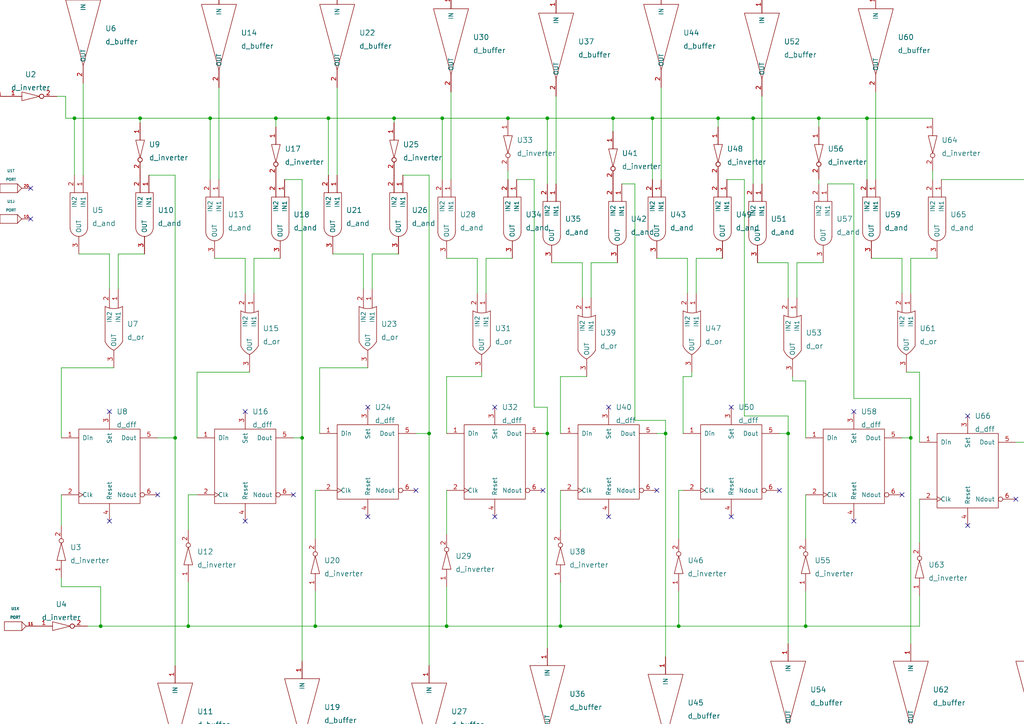
<source format=kicad_sch>
(kicad_sch (version 20211123) (generator eeschema)
  (paper "A4")
  (lib_symbols
    (symbol "eSim_Digital:d_and" (pin_names (offset 1.016))
      (property "Reference" "U" (at 0 0 0))
      (property "Value" "d_and" (at 1.27 2.54 0))
      (symbol "d_and_0_1"
        (polyline (pts (xy 3.81 -1.27) (xy -6.35 -1.27) (xy -6.35 3.81) (xy 3.81 3.81)))
        (arc (start 3.81 -1.27) (mid 5.5897 -0.5171) (end 6.35 1.27))
        (arc (start 6.35 1.27) (mid 5.5971 3.0497) (end 3.81 3.81))
      )
      (symbol "d_and_1_1"
        (pin input line (at -11.43 2.54 0) (length 5.08) (name "IN1") (number "1"))
        (pin input line (at -11.43 0 0) (length 5.08) (name "IN2") (number "2"))
        (pin output line (at 11.43 1.27 180) (length 5.08) (name "OUT") (number "3"))
      )
    )
    (symbol "eSim_Digital:d_buffer" (pin_names (offset 1.016))
      (property "Reference" "U" (at 0 -1.27 0))
      (property "Value" "d_buffer" (at 0 1.27 0))
      (symbol "d_buffer_0_1"
        (polyline (pts (xy -7.62 5.08) (xy -7.62 -5.08) (xy 11.43 0) (xy -7.62 5.08)))
      )
      (symbol "d_buffer_1_1"
        (pin input line (at -12.7 0 0) (length 5.08) (name "IN") (number "1"))
        (pin output line (at 16.51 0 180) (length 5.08) (name "OUT") (number "2"))
      )
    )
    (symbol "eSim_Digital:d_dff" (pin_names (offset 1.016))
      (property "Reference" "U" (at 0 0 0))
      (property "Value" "d_dff" (at 0 3.81 0))
      (symbol "d_dff_0_1"
        (rectangle (start 8.89 11.43) (end -8.89 -10.16))
      )
      (symbol "d_dff_1_1"
        (pin input line (at -13.97 8.89 0) (length 5.08) (name "Din") (number "1"))
        (pin input clock (at -13.97 -7.62 0) (length 5.08) (name "Clk") (number "2"))
        (pin input line (at 0 16.51 270) (length 5.08) (name "Set") (number "3"))
        (pin input line (at 0 -15.24 90) (length 5.08) (name "Reset") (number "4"))
        (pin output line (at 13.97 8.89 180) (length 5.08) (name "Dout") (number "5"))
        (pin output inverted (at 13.97 -7.62 180) (length 5.08) (name "Ndout") (number "6"))
      )
    )
    (symbol "eSim_Digital:d_inverter" (pin_names (offset 1.016))
      (property "Reference" "U" (at 0 -2.54 0))
      (property "Value" "d_inverter" (at 0 3.81 0))
      (symbol "d_inverter_0_1"
        (polyline (pts (xy -2.54 1.27) (xy -2.54 -1.27) (xy 2.54 0) (xy -2.54 1.27)))
      )
      (symbol "d_inverter_1_1"
        (pin input line (at -7.62 0 0) (length 5.08) (name "~") (number "1"))
        (pin output inverted (at 7.62 0 180) (length 5.08) (name "~") (number "2"))
      )
    )
    (symbol "eSim_Digital:d_or" (pin_names (offset 1.016))
      (property "Reference" "U" (at 0 0 0))
      (property "Value" "d_or" (at 0 2.54 0))
      (symbol "d_or_0_1"
        (arc (start -6.35 -1.27) (mid -5.7504 1.27) (end -6.35 3.81))
        (polyline (pts (xy -6.35 -1.27) (xy 3.81 -1.27)))
        (polyline (pts (xy -6.35 3.81) (xy 3.81 3.81)))
        (arc (start 3.81 -1.27) (mid 5.3181 -0.2399) (end 6.35 1.27))
        (arc (start 6.35 1.27) (mid 5.2222 2.6828) (end 3.81 3.81))
      )
      (symbol "d_or_1_1"
        (pin input line (at -11.43 2.54 0) (length 5.461) (name "IN1") (number "1"))
        (pin input line (at -11.43 0 0) (length 5.461) (name "IN2") (number "2"))
        (pin output line (at 11.43 1.27 180) (length 5.08) (name "OUT") (number "3"))
      )
    )
    (symbol "eSim_Miscellaneous:PORT" (pin_names (offset 1.016))
      (property "Reference" "U" (at 1.27 2.54 0))
      (property "Value" "PORT" (at 0 0 0))
      (symbol "PORT_0_1"
        (rectangle (start -2.54 1.27) (end 2.54 -1.27))
        (arc (start 2.54 1.27) (mid 3.1355 0.5955) (end 3.81 0))
        (arc (start 3.81 0) (mid 3.1447 -0.6046) (end 2.54 -1.27))
      )
      (symbol "PORT_1_1"
        (pin bidirectional line (at 6.35 0 180) (length 2.54) (name "~") (number "1"))
      )
      (symbol "PORT_2_1"
        (pin bidirectional line (at 6.35 0 180) (length 2.54) (name "~") (number "2"))
      )
      (symbol "PORT_3_1"
        (pin bidirectional line (at 6.35 0 180) (length 2.54) (name "~") (number "3"))
      )
      (symbol "PORT_4_1"
        (pin bidirectional line (at 6.35 0 180) (length 2.54) (name "~") (number "4"))
      )
      (symbol "PORT_5_1"
        (pin bidirectional line (at 6.35 0 180) (length 2.54) (name "~") (number "5"))
      )
      (symbol "PORT_6_1"
        (pin bidirectional line (at 6.35 0 180) (length 2.54) (name "~") (number "6"))
      )
      (symbol "PORT_7_1"
        (pin bidirectional line (at 6.35 0 180) (length 2.54) (name "~") (number "7"))
      )
      (symbol "PORT_8_1"
        (pin bidirectional line (at 6.35 0 180) (length 2.54) (name "~") (number "8"))
      )
      (symbol "PORT_9_1"
        (pin bidirectional line (at 6.35 0 180) (length 2.54) (name "~") (number "9"))
      )
      (symbol "PORT_10_1"
        (pin bidirectional line (at 6.35 0 180) (length 2.54) (name "~") (number "10"))
      )
      (symbol "PORT_11_1"
        (pin bidirectional line (at 6.35 0 180) (length 2.54) (name "~") (number "11"))
      )
      (symbol "PORT_12_1"
        (pin bidirectional line (at 6.35 0 180) (length 2.54) (name "~") (number "12"))
      )
      (symbol "PORT_13_1"
        (pin bidirectional line (at 6.35 0 180) (length 2.54) (name "~") (number "13"))
      )
      (symbol "PORT_14_1"
        (pin bidirectional line (at 6.35 0 180) (length 2.54) (name "~") (number "14"))
      )
      (symbol "PORT_15_1"
        (pin bidirectional line (at 6.35 0 180) (length 2.54) (name "~") (number "15"))
      )
      (symbol "PORT_16_1"
        (pin bidirectional line (at 6.35 0 180) (length 2.54) (name "~") (number "16"))
      )
      (symbol "PORT_17_1"
        (pin bidirectional line (at 6.35 0 180) (length 2.54) (name "~") (number "17"))
      )
      (symbol "PORT_18_1"
        (pin bidirectional line (at 6.35 0 180) (length 2.54) (name "~") (number "18"))
      )
      (symbol "PORT_19_1"
        (pin bidirectional line (at 6.35 0 180) (length 2.54) (name "~") (number "19"))
      )
      (symbol "PORT_20_1"
        (pin bidirectional line (at 6.35 0 180) (length 2.54) (name "~") (number "20"))
      )
      (symbol "PORT_21_1"
        (pin bidirectional line (at 6.35 0 180) (length 2.54) (name "~") (number "21"))
      )
      (symbol "PORT_22_1"
        (pin bidirectional line (at 6.35 0 180) (length 2.54) (name "~") (number "22"))
      )
      (symbol "PORT_23_1"
        (pin bidirectional line (at 6.35 0 180) (length 2.54) (name "~") (number "23"))
      )
      (symbol "PORT_24_1"
        (pin bidirectional line (at 6.35 0 180) (length 2.54) (name "~") (number "24"))
      )
      (symbol "PORT_25_1"
        (pin bidirectional line (at 6.35 0 180) (length 2.54) (name "~") (number "25"))
      )
      (symbol "PORT_26_1"
        (pin bidirectional line (at 6.35 0 180) (length 2.54) (name "~") (number "26"))
      )
    )
  )
  (junction (at 208.28 34.29))
  (junction (at 299.72 128.27))
  (junction (at 91.44 181.61))
  (junction (at 264.16 127))
  (junction (at 114.3 34.29))
  (junction (at 228.6 125.73))
  (junction (at 60.96 34.29))
  (junction (at 177.8 34.29))
  (junction (at 95.25 34.29))
  (junction (at 218.44 34.29))
  (junction (at 193.04 125.73))
  (junction (at 189.23 34.29))
  (junction (at 162.56 181.61))
  (junction (at 158.75 125.73))
  (junction (at 54.61 181.61))
  (junction (at 87.63 127))
  (junction (at 251.46 34.29))
  (junction (at 233.68 181.61))
  (junction (at 40.64 34.29))
  (junction (at 147.32 34.29))
  (junction (at 158.75 34.29))
  (junction (at 29.21 181.61))
  (junction (at 128.27 34.29))
  (junction (at 129.54 181.61))
  (junction (at 21.59 34.29))
  (junction (at 237.49 34.29))
  (junction (at 124.46 125.73))
  (junction (at 196.85 181.61))
  (junction (at 80.01 34.29))
  (junction (at 50.8 127))
  (no_connect (at 71.12 119.38))
  (no_connect (at 143.51 118.11))
  (no_connect (at 143.51 149.86))
  (no_connect (at 261.62 143.51))
  (no_connect (at 294.64 144.78))
  (no_connect (at 176.53 149.86))
  (no_connect (at 85.09 143.51))
  (no_connect (at 8.89 54.61))
  (no_connect (at 106.68 118.11))
  (no_connect (at 31.75 151.13))
  (no_connect (at 106.68 149.86))
  (no_connect (at 176.53 118.11))
  (no_connect (at 247.65 119.38))
  (no_connect (at 120.65 142.24))
  (no_connect (at 247.65 151.13))
  (no_connect (at 71.12 151.13))
  (no_connect (at 31.75 119.38))
  (no_connect (at 157.48 142.24))
  (no_connect (at 212.09 118.11))
  (no_connect (at 212.09 149.86))
  (no_connect (at 45.72 143.51))
  (no_connect (at 280.67 152.4))
  (no_connect (at 8.89 63.5))
  (no_connect (at 190.5 142.24))
  (no_connect (at 226.06 142.24))
  (no_connect (at 280.67 120.65))
  (wire (pts (xy 237.49 52.07) (xy 237.49 53.34)))
  (wire (pts (xy 57.15 143.51) (xy 54.61 143.51)))
  (wire (pts (xy 237.49 34.29) (xy 237.49 36.83)))
  (wire (pts (xy 215.9 120.65) (xy 228.6 120.65)))
  (wire (pts (xy 50.8 50.8) (xy 50.8 127)))
  (wire (pts (xy 189.23 34.29) (xy 177.8 34.29)))
  (wire (pts (xy 85.09 127) (xy 87.63 127)))
  (wire (pts (xy 29.21 181.61) (xy 54.61 181.61)))
  (wire (pts (xy 96.52 73.66) (xy 105.41 73.66)))
  (wire (pts (xy 233.68 171.45) (xy 233.68 181.61)))
  (wire (pts (xy 73.66 74.93) (xy 81.28 74.93)))
  (wire (pts (xy 34.29 83.82) (xy 34.29 73.66)))
  (wire (pts (xy 210.82 52.07) (xy 215.9 52.07)))
  (wire (pts (xy 95.25 34.29) (xy 95.25 50.8)))
  (wire (pts (xy 22.86 73.66) (xy 31.75 73.66)))
  (wire (pts (xy 129.54 181.61) (xy 162.56 181.61)))
  (wire (pts (xy 129.54 125.73) (xy 129.54 109.22)))
  (wire (pts (xy 254 26.67) (xy 254 52.07)))
  (wire (pts (xy 251.46 34.29) (xy 251.46 52.07)))
  (wire (pts (xy 270.51 34.29) (xy 251.46 34.29)))
  (wire (pts (xy 140.97 74.93) (xy 148.59 74.93)))
  (wire (pts (xy 87.63 127) (xy 87.63 191.77)))
  (wire (pts (xy 92.71 106.68) (xy 106.68 106.68)))
  (wire (pts (xy 95.25 34.29) (xy 80.01 34.29)))
  (wire (pts (xy 157.48 125.73) (xy 158.75 125.73)))
  (wire (pts (xy 233.68 181.61) (xy 266.7 181.61)))
  (wire (pts (xy 124.46 50.8) (xy 124.46 125.73)))
  (wire (pts (xy 54.61 168.91) (xy 54.61 181.61)))
  (wire (pts (xy 261.62 74.93) (xy 261.62 85.09)))
  (wire (pts (xy 87.63 52.07) (xy 87.63 127)))
  (wire (pts (xy 237.49 34.29) (xy 218.44 34.29)))
  (wire (pts (xy 17.78 143.51) (xy 17.78 152.4)))
  (wire (pts (xy 45.72 127) (xy 50.8 127)))
  (wire (pts (xy 266.7 107.95) (xy 262.89 107.95)))
  (wire (pts (xy 92.71 125.73) (xy 92.71 106.68)))
  (wire (pts (xy 231.14 86.36) (xy 231.14 76.2)))
  (wire (pts (xy 128.27 34.29) (xy 114.3 34.29)))
  (wire (pts (xy 189.23 34.29) (xy 189.23 52.07)))
  (wire (pts (xy 229.87 110.49) (xy 229.87 109.22)))
  (wire (pts (xy 228.6 76.2) (xy 228.6 86.36)))
  (wire (pts (xy 91.44 181.61) (xy 129.54 181.61)))
  (wire (pts (xy 264.16 115.57) (xy 264.16 127)))
  (wire (pts (xy 266.7 128.27) (xy 266.7 107.95)))
  (wire (pts (xy 154.94 52.07) (xy 154.94 118.11)))
  (wire (pts (xy 193.04 121.92) (xy 193.04 125.73)))
  (wire (pts (xy 50.8 127) (xy 50.8 193.04)))
  (wire (pts (xy 114.3 34.29) (xy 114.3 35.56)))
  (wire (pts (xy 270.51 49.53) (xy 270.51 52.07)))
  (wire (pts (xy 220.98 27.94) (xy 220.98 53.34)))
  (wire (pts (xy 266.7 181.61) (xy 266.7 172.72)))
  (wire (pts (xy 196.85 171.45) (xy 196.85 181.61)))
  (wire (pts (xy 264.16 74.93) (xy 271.78 74.93)))
  (wire (pts (xy 91.44 171.45) (xy 91.44 181.61)))
  (wire (pts (xy 199.39 74.93) (xy 199.39 85.09)))
  (wire (pts (xy 162.56 142.24) (xy 162.56 153.67)))
  (wire (pts (xy 129.54 109.22) (xy 139.7 109.22)))
  (wire (pts (xy 193.04 125.73) (xy 193.04 190.5)))
  (wire (pts (xy 80.01 34.29) (xy 80.01 36.83)))
  (wire (pts (xy 168.91 76.2) (xy 168.91 86.36)))
  (wire (pts (xy 231.14 76.2) (xy 238.76 76.2)))
  (wire (pts (xy 34.29 73.66) (xy 41.91 73.66)))
  (wire (pts (xy 228.6 120.65) (xy 228.6 125.73)))
  (wire (pts (xy 158.75 125.73) (xy 158.75 187.96)))
  (wire (pts (xy 200.66 107.95) (xy 200.66 109.22)))
  (wire (pts (xy 129.54 74.93) (xy 138.43 74.93)))
  (wire (pts (xy 264.16 127) (xy 264.16 186.69)))
  (wire (pts (xy 129.54 170.1785) (xy 129.54 181.61)))
  (wire (pts (xy 299.72 52.07) (xy 299.72 128.27)))
  (wire (pts (xy 29.21 170.18) (xy 29.21 181.61)))
  (wire (pts (xy 171.45 76.2) (xy 179.07 76.2)))
  (wire (pts (xy 198.12 125.73) (xy 198.12 109.22)))
  (wire (pts (xy 264.16 85.09) (xy 264.16 74.93)))
  (wire (pts (xy 60.96 34.29) (xy 40.64 34.29)))
  (wire (pts (xy 228.6 125.73) (xy 228.6 186.69)))
  (wire (pts (xy 105.41 73.66) (xy 105.41 83.82)))
  (wire (pts (xy 158.75 118.11) (xy 158.75 125.73)))
  (wire (pts (xy 261.62 127) (xy 264.16 127)))
  (wire (pts (xy 97.79 25.4) (xy 97.79 50.8)))
  (wire (pts (xy 294.64 128.27) (xy 299.72 128.27)))
  (wire (pts (xy 161.29 27.94) (xy 161.29 53.34)))
  (wire (pts (xy 21.59 34.29) (xy 21.59 50.8)))
  (wire (pts (xy 208.28 34.29) (xy 208.28 36.83)))
  (wire (pts (xy 21.59 34.29) (xy 19.05 34.29)))
  (wire (pts (xy 218.44 34.29) (xy 218.44 53.34)))
  (wire (pts (xy 63.5 25.4) (xy 63.5 52.07)))
  (wire (pts (xy 17.78 170.18) (xy 29.21 170.18)))
  (wire (pts (xy 247.65 53.34) (xy 247.65 115.57)))
  (wire (pts (xy 43.18 50.8) (xy 50.8 50.8)))
  (wire (pts (xy 72.39 107.95) (xy 57.15 107.95)))
  (wire (pts (xy 160.02 76.2) (xy 168.91 76.2)))
  (wire (pts (xy 158.75 34.29) (xy 158.75 53.34)))
  (wire (pts (xy 252.73 74.93) (xy 261.62 74.93)))
  (wire (pts (xy 196.85 142.24) (xy 196.85 156.21)))
  (wire (pts (xy 31.75 73.66) (xy 31.75 83.82)))
  (wire (pts (xy 54.61 143.51) (xy 54.61 153.67)))
  (wire (pts (xy 233.68 110.49) (xy 229.87 110.49)))
  (wire (pts (xy 116.84 50.8) (xy 124.46 50.8)))
  (wire (pts (xy 147.32 49.53) (xy 147.32 52.07)))
  (wire (pts (xy 40.64 34.29) (xy 21.59 34.29)))
  (wire (pts (xy 180.34 53.34) (xy 184.15 53.34)))
  (wire (pts (xy 191.77 25.4) (xy 191.77 52.07)))
  (wire (pts (xy 240.03 53.34) (xy 247.65 53.34)))
  (wire (pts (xy 158.75 34.29) (xy 147.32 34.29)))
  (wire (pts (xy 198.12 142.24) (xy 196.85 142.24)))
  (wire (pts (xy 92.71 142.24) (xy 91.44 142.24)))
  (wire (pts (xy 201.93 74.93) (xy 209.55 74.93)))
  (wire (pts (xy 139.7 109.22) (xy 139.7 107.95)))
  (wire (pts (xy 82.55 52.07) (xy 87.63 52.07)))
  (wire (pts (xy 162.56 181.61) (xy 196.85 181.61)))
  (wire (pts (xy 25.4 181.61) (xy 29.21 181.61)))
  (wire (pts (xy 138.43 74.93) (xy 138.43 85.09)))
  (wire (pts (xy 60.96 34.29) (xy 60.96 52.07)))
  (wire (pts (xy 120.65 125.73) (xy 124.46 125.73)))
  (wire (pts (xy 208.28 34.29) (xy 189.23 34.29)))
  (wire (pts (xy 218.44 34.29) (xy 208.28 34.29)))
  (wire (pts (xy 17.78 106.68) (xy 17.78 127)))
  (wire (pts (xy 219.71 76.2) (xy 228.6 76.2)))
  (wire (pts (xy 266.7 157.48) (xy 266.7 144.78)))
  (wire (pts (xy 190.5 74.93) (xy 199.39 74.93)))
  (wire (pts (xy 80.01 34.29) (xy 60.96 34.29)))
  (wire (pts (xy 177.8 34.29) (xy 158.75 34.29)))
  (wire (pts (xy 149.86 52.07) (xy 154.94 52.07)))
  (wire (pts (xy 17.78 167.64) (xy 17.78 170.18)))
  (wire (pts (xy 54.61 181.61) (xy 91.44 181.61)))
  (wire (pts (xy 184.15 53.34) (xy 184.15 121.92)))
  (wire (pts (xy 73.66 85.09) (xy 73.66 74.93)))
  (wire (pts (xy 215.9 52.07) (xy 215.9 120.65)))
  (wire (pts (xy 198.12 109.22) (xy 200.66 109.22)))
  (wire (pts (xy 196.85 181.61) (xy 233.68 181.61)))
  (wire (pts (xy 91.44 142.24) (xy 91.44 156.21)))
  (wire (pts (xy 130.81 26.67) (xy 130.81 52.07)))
  (wire (pts (xy 162.56 168.91) (xy 162.56 181.61)))
  (wire (pts (xy 124.46 125.73) (xy 124.46 193.04)))
  (wire (pts (xy 24.13 24.13) (xy 24.13 50.8)))
  (wire (pts (xy 33.02 106.68) (xy 17.78 106.68)))
  (wire (pts (xy 273.05 52.07) (xy 299.72 52.07)))
  (wire (pts (xy 129.54 142.24) (xy 129.54 154.9385)))
  (wire (pts (xy 62.23 74.93) (xy 71.12 74.93)))
  (wire (pts (xy 201.93 85.09) (xy 201.93 74.93)))
  (wire (pts (xy 247.65 115.57) (xy 264.16 115.57)))
  (wire (pts (xy 162.56 125.73) (xy 162.56 109.22)))
  (wire (pts (xy 251.46 34.29) (xy 237.49 34.29)))
  (wire (pts (xy 233.68 143.51) (xy 233.68 156.21)))
  (wire (pts (xy 226.06 125.73) (xy 228.6 125.73)))
  (wire (pts (xy 107.95 73.66) (xy 115.57 73.66)))
  (wire (pts (xy 177.8 34.29) (xy 177.8 38.1)))
  (wire (pts (xy 107.95 83.82) (xy 107.95 73.66)))
  (wire (pts (xy 19.05 34.29) (xy 19.05 27.94)))
  (wire (pts (xy 162.56 109.22) (xy 170.18 109.22)))
  (wire (pts (xy 19.05 27.94) (xy 16.51 27.94)))
  (wire (pts (xy 154.94 118.11) (xy 158.75 118.11)))
  (wire (pts (xy 147.32 34.29) (xy 128.27 34.29)))
  (wire (pts (xy 233.68 127) (xy 233.68 110.49)))
  (wire (pts (xy 71.12 74.93) (xy 71.12 85.09)))
  (wire (pts (xy 184.15 121.92) (xy 193.04 121.92)))
  (wire (pts (xy 190.5 125.73) (xy 193.04 125.73)))
  (wire (pts (xy 128.27 34.29) (xy 128.27 52.07)))
  (wire (pts (xy 171.45 86.36) (xy 171.45 76.2)))
  (wire (pts (xy 57.15 107.95) (xy 57.15 127)))
  (wire (pts (xy 114.3 34.29) (xy 95.25 34.29)))
  (wire (pts (xy 140.97 85.09) (xy 140.97 74.93)))
  (wire (pts (xy 299.72 128.27) (xy 299.72 186.69)))
  (wire (pts (xy 40.64 34.29) (xy 40.64 35.56)))
  (symbol (lib_id "eSim_Digital:d_buffer") (at 158.75 200.66 270) (unit 1)
    (property "Reference" "U36" (at 165.1 201.295 90) (effects (font (size 1.524 1.524)) (justify left)))
    (property "Value" "d_buffer" (at 165.1 205.105 90) (effects (font (size 1.524 1.524)) (justify left)))
  )
  (symbol (lib_id "eSim_Digital:d_buffer") (at 299.72 199.39 270) (unit 1)
    (property "Reference" "U67" (at 306.07 200.025 90) (effects (font (size 1.524 1.524)) (justify left)))
    (property "Value" "d_buffer" (at 306.07 203.835 90) (effects (font (size 1.524 1.524)) (justify left)))
  )
  (symbol (lib_id "eSim_Digital:d_buffer") (at 264.16 199.39 270) (unit 1)
    (property "Reference" "U62" (at 270.51 200.025 90) (effects (font (size 1.524 1.524)) (justify left)))
    (property "Value" "d_buffer" (at 270.51 203.835 90) (effects (font (size 1.524 1.524)) (justify left)))
  )
  (symbol (lib_id "eSim_Miscellaneous:PORT") (at 24.13 -11.43 270) (unit 3)
    (property "Reference" "U1" (at 26.67 -11.43 90) (effects (font (size 0.762 0.762)) (justify left)))
    (property "Value" "PORT" (at 26.67 -8.89 90) (effects (font (size 0.762 0.762)) (justify left)))
  )
  (symbol (lib_id "eSim_Digital:d_buffer") (at 50.8 205.74 270) (unit 1)
    (property "Reference" "U11" (at 57.15 206.375 90) (effects (font (size 1.524 1.524)) (justify left)))
    (property "Value" "d_buffer" (at 57.15 210.185 90) (effects (font (size 1.524 1.524)) (justify left)))
  )
  (symbol (lib_id "eSim_Digital:d_inverter") (at 237.49 44.45 270) (unit 1)
    (property "Reference" "U56" (at 240.03 43.18 90) (effects (font (size 1.524 1.524)) (justify left)))
    (property "Value" "d_inverter" (at 240.03 46.99 90) (effects (font (size 1.524 1.524)) (justify left)))
  )
  (symbol (lib_id "eSim_Digital:d_buffer") (at 191.77 8.89 270) (unit 1)
    (property "Reference" "U44" (at 198.12 9.525 90) (effects (font (size 1.524 1.524)) (justify left)))
    (property "Value" "d_buffer" (at 198.12 13.335 90) (effects (font (size 1.524 1.524)) (justify left)))
  )
  (symbol (lib_id "eSim_Digital:d_and") (at 237.49 64.77 270) (unit 1)
    (property "Reference" "U57" (at 242.57 63.5 90) (effects (font (size 1.524 1.524)) (justify left)))
    (property "Value" "d_and" (at 242.57 67.31 90) (effects (font (size 1.524 1.524)) (justify left)))
  )
  (symbol (lib_id "eSim_Digital:d_dff") (at 280.67 137.16 0) (unit 1)
    (property "Reference" "U66" (at 282.6894 120.65 0) (effects (font (size 1.524 1.524)) (justify left)))
    (property "Value" "d_dff" (at 282.6894 124.46 0) (effects (font (size 1.524 1.524)) (justify left)))
  )
  (symbol (lib_id "eSim_Digital:d_dff") (at 143.51 134.62 0) (unit 1)
    (property "Reference" "U32" (at 145.5294 118.11 0) (effects (font (size 1.524 1.524)) (justify left)))
    (property "Value" "d_dff" (at 145.5294 121.92 0) (effects (font (size 1.524 1.524)) (justify left)))
  )
  (symbol (lib_id "eSim_Digital:d_dff") (at 247.65 135.89 0) (unit 1)
    (property "Reference" "U58" (at 249.6694 119.38 0) (effects (font (size 1.524 1.524)) (justify left)))
    (property "Value" "d_dff" (at 249.6694 123.19 0) (effects (font (size 1.524 1.524)) (justify left)))
  )
  (symbol (lib_id "eSim_Miscellaneous:PORT") (at 299.72 222.25 90) (unit 19)
    (property "Reference" "U1" (at 302.26 220.98 90) (effects (font (size 0.762 0.762)) (justify right)))
    (property "Value" "PORT" (at 302.26 223.52 90) (effects (font (size 0.762 0.762)) (justify right)))
  )
  (symbol (lib_id "eSim_Digital:d_buffer") (at 161.29 11.43 270) (unit 1)
    (property "Reference" "U37" (at 167.64 12.065 90) (effects (font (size 1.524 1.524)) (justify left)))
    (property "Value" "d_buffer" (at 167.64 15.875 90) (effects (font (size 1.524 1.524)) (justify left)))
  )
  (symbol (lib_id "eSim_Miscellaneous:PORT") (at 97.79 -10.16 270) (unit 7)
    (property "Reference" "U1" (at 100.33 -10.16 90) (effects (font (size 0.762 0.762)) (justify left)))
    (property "Value" "PORT" (at 100.33 -7.62 90) (effects (font (size 0.762 0.762)) (justify left)))
  )
  (symbol (lib_id "eSim_Digital:d_and") (at 21.59 62.23 270) (unit 1)
    (property "Reference" "U5" (at 26.67 60.96 90) (effects (font (size 1.524 1.524)) (justify left)))
    (property "Value" "d_and" (at 26.67 64.77 90) (effects (font (size 1.524 1.524)) (justify left)))
  )
  (symbol (lib_id "eSim_Miscellaneous:PORT") (at 124.46 228.6 90) (unit 6)
    (property "Reference" "U1" (at 127 227.33 90) (effects (font (size 0.762 0.762)) (justify right)))
    (property "Value" "PORT" (at 127 229.87 90) (effects (font (size 0.762 0.762)) (justify right)))
  )
  (symbol (lib_id "eSim_Digital:d_or") (at 261.62 96.52 270) (unit 1)
    (property "Reference" "U61" (at 266.7 95.25 90) (effects (font (size 1.524 1.524)) (justify left)))
    (property "Value" "d_or" (at 266.7 99.06 90) (effects (font (size 1.524 1.524)) (justify left)))
  )
  (symbol (lib_id "eSim_Digital:d_buffer") (at 87.63 204.47 270) (unit 1)
    (property "Reference" "U19" (at 93.98 205.105 90) (effects (font (size 1.524 1.524)) (justify left)))
    (property "Value" "d_buffer" (at 93.98 208.915 90) (effects (font (size 1.524 1.524)) (justify left)))
  )
  (symbol (lib_id "eSim_Miscellaneous:PORT") (at 161.29 -7.62 270) (unit 13)
    (property "Reference" "U1" (at 163.83 -7.62 90) (effects (font (size 0.762 0.762)) (justify left)))
    (property "Value" "PORT" (at 163.83 -5.08 90) (effects (font (size 0.762 0.762)) (justify left)))
  )
  (symbol (lib_id "eSim_Digital:d_inverter") (at 40.64 43.18 270) (unit 1)
    (property "Reference" "U9" (at 43.18 41.91 90) (effects (font (size 1.524 1.524)) (justify left)))
    (property "Value" "d_inverter" (at 43.18 45.72 90) (effects (font (size 1.524 1.524)) (justify left)))
  )
  (symbol (lib_id "eSim_Digital:d_inverter") (at 196.85 163.83 90) (unit 1)
    (property "Reference" "U46" (at 199.39 162.56 90) (effects (font (size 1.524 1.524)) (justify right)))
    (property "Value" "d_inverter" (at 199.39 166.37 90) (effects (font (size 1.524 1.524)) (justify right)))
  )
  (symbol (lib_id "eSim_Digital:d_inverter") (at 129.54 162.5585 90) (unit 1)
    (property "Reference" "U29" (at 132.08 161.2885 90) (effects (font (size 1.524 1.524)) (justify right)))
    (property "Value" "d_inverter" (at 132.08 165.0985 90) (effects (font (size 1.524 1.524)) (justify right)))
  )
  (symbol (lib_id "eSim_Miscellaneous:PORT") (at 264.16 222.25 90) (unit 16)
    (property "Reference" "U1" (at 266.7 220.98 90) (effects (font (size 0.762 0.762)) (justify right)))
    (property "Value" "PORT" (at 266.7 223.52 90) (effects (font (size 0.762 0.762)) (justify right)))
  )
  (symbol (lib_id "eSim_Digital:d_inverter") (at 17.78 160.02 90) (unit 1)
    (property "Reference" "U3" (at 20.32 158.75 90) (effects (font (size 1.524 1.524)) (justify right)))
    (property "Value" "d_inverter" (at 20.32 162.56 90) (effects (font (size 1.524 1.524)) (justify right)))
  )
  (symbol (lib_id "eSim_Digital:d_buffer") (at 63.5 8.89 270) (unit 1)
    (property "Reference" "U14" (at 69.85 9.525 90) (effects (font (size 1.524 1.524)) (justify left)))
    (property "Value" "d_buffer" (at 69.85 13.335 90) (effects (font (size 1.524 1.524)) (justify left)))
  )
  (symbol (lib_id "eSim_Digital:d_inverter") (at 147.32 41.91 270) (unit 1)
    (property "Reference" "U33" (at 149.86 40.64 90) (effects (font (size 1.524 1.524)) (justify left)))
    (property "Value" "d_inverter" (at 149.86 44.45 90) (effects (font (size 1.524 1.524)) (justify left)))
  )
  (symbol (lib_id "eSim_Miscellaneous:PORT") (at -5.08 27.94 0) (unit 1)
    (property "Reference" "U1" (at -4.445 22.86 0) (effects (font (size 0.762 0.762))))
    (property "Value" "PORT" (at -4.445 25.4 0) (effects (font (size 0.762 0.762))))
  )
  (symbol (lib_id "eSim_Digital:d_inverter") (at 233.68 163.83 90) (unit 1)
    (property "Reference" "U55" (at 236.22 162.56 90) (effects (font (size 1.524 1.524)) (justify right)))
    (property "Value" "d_inverter" (at 236.22 166.37 90) (effects (font (size 1.524 1.524)) (justify right)))
  )
  (symbol (lib_id "eSim_Digital:d_buffer") (at 124.46 205.74 270) (unit 1)
    (property "Reference" "U27" (at 130.81 206.375 90) (effects (font (size 1.524 1.524)) (justify left)))
    (property "Value" "d_buffer" (at 130.81 210.185 90) (effects (font (size 1.524 1.524)) (justify left)))
  )
  (symbol (lib_id "eSim_Miscellaneous:PORT") (at 44.45 222.25 0) (unit 2)
    (property "Reference" "U1" (at 45.085 217.17 0) (effects (font (size 0.762 0.762))))
    (property "Value" "PORT" (at 45.085 219.71 0) (effects (font (size 0.762 0.762))))
  )
  (symbol (lib_id "eSim_Digital:d_or") (at 105.41 95.25 270) (unit 1)
    (property "Reference" "U23" (at 110.49 93.98 90) (effects (font (size 1.524 1.524)) (justify left)))
    (property "Value" "d_or" (at 110.49 97.79 90) (effects (font (size 1.524 1.524)) (justify left)))
  )
  (symbol (lib_id "eSim_Digital:d_or") (at 138.43 96.52 270) (unit 1)
    (property "Reference" "U31" (at 143.51 95.25 90) (effects (font (size 1.524 1.524)) (justify left)))
    (property "Value" "d_or" (at 143.51 99.06 90) (effects (font (size 1.524 1.524)) (justify left)))
  )
  (symbol (lib_id "eSim_Digital:d_or") (at 71.12 96.52 270) (unit 1)
    (property "Reference" "U15" (at 76.2 95.25 90) (effects (font (size 1.524 1.524)) (justify left)))
    (property "Value" "d_or" (at 76.2 99.06 90) (effects (font (size 1.524 1.524)) (justify left)))
  )
  (symbol (lib_id "eSim_Digital:d_and") (at 218.44 64.77 270) (unit 1)
    (property "Reference" "U51" (at 223.52 63.5 90) (effects (font (size 1.524 1.524)) (justify left)))
    (property "Value" "d_and" (at 223.52 67.31 90) (effects (font (size 1.524 1.524)) (justify left)))
  )
  (symbol (lib_id "eSim_Miscellaneous:PORT") (at 2.54 63.5 0) (unit 10)
    (property "Reference" "U1" (at 3.175 58.42 0) (effects (font (size 0.762 0.762))))
    (property "Value" "PORT" (at 3.175 60.96 0) (effects (font (size 0.762 0.762))))
  )
  (symbol (lib_id "eSim_Digital:d_buffer") (at 24.13 7.62 270) (unit 1)
    (property "Reference" "U6" (at 30.48 8.255 90) (effects (font (size 1.524 1.524)) (justify left)))
    (property "Value" "d_buffer" (at 30.48 12.065 90) (effects (font (size 1.524 1.524)) (justify left)))
  )
  (symbol (lib_id "eSim_Digital:d_dff") (at 31.75 135.89 0) (unit 1)
    (property "Reference" "U8" (at 33.7694 119.38 0) (effects (font (size 1.524 1.524)) (justify left)))
    (property "Value" "d_dff" (at 33.7694 123.19 0) (effects (font (size 1.524 1.524)) (justify left)))
  )
  (symbol (lib_id "eSim_Digital:d_and") (at 80.01 63.5 270) (unit 1)
    (property "Reference" "U18" (at 85.09 62.23 90) (effects (font (size 1.524 1.524)) (justify left)))
    (property "Value" "d_and" (at 85.09 66.04 90) (effects (font (size 1.524 1.524)) (justify left)))
  )
  (symbol (lib_id "eSim_Miscellaneous:PORT") (at 2.54 54.61 0) (unit 20)
    (property "Reference" "U1" (at 3.175 49.53 0) (effects (font (size 0.762 0.762))))
    (property "Value" "PORT" (at 3.175 52.07 0) (effects (font (size 0.762 0.762))))
  )
  (symbol (lib_id "eSim_Digital:d_inverter") (at 270.51 41.91 270) (unit 1)
    (property "Reference" "U64" (at 273.05 40.64 90) (effects (font (size 1.524 1.524)) (justify left)))
    (property "Value" "d_inverter" (at 273.05 44.45 90) (effects (font (size 1.524 1.524)) (justify left)))
  )
  (symbol (lib_id "eSim_Digital:d_inverter") (at 266.7 165.1 90) (unit 1)
    (property "Reference" "U63" (at 269.24 163.83 90) (effects (font (size 1.524 1.524)) (justify right)))
    (property "Value" "d_inverter" (at 269.24 167.64 90) (effects (font (size 1.524 1.524)) (justify right)))
  )
  (symbol (lib_id "eSim_Digital:d_buffer") (at 97.79 8.89 270) (unit 1)
    (property "Reference" "U22" (at 104.14 9.525 90) (effects (font (size 1.524 1.524)) (justify left)))
    (property "Value" "d_buffer" (at 104.14 13.335 90) (effects (font (size 1.524 1.524)) (justify left)))
  )
  (symbol (lib_id "eSim_Digital:d_inverter") (at 54.61 161.29 90) (unit 1)
    (property "Reference" "U12" (at 57.15 160.02 90) (effects (font (size 1.524 1.524)) (justify right)))
    (property "Value" "d_inverter" (at 57.15 163.83 90) (effects (font (size 1.524 1.524)) (justify right)))
  )
  (symbol (lib_id "eSim_Digital:d_inverter") (at 114.3 43.18 270) (unit 1)
    (property "Reference" "U25" (at 116.84 41.91 90) (effects (font (size 1.524 1.524)) (justify left)))
    (property "Value" "d_inverter" (at 116.84 45.72 90) (effects (font (size 1.524 1.524)) (justify left)))
  )
  (symbol (lib_id "eSim_Digital:d_inverter") (at 162.56 161.29 90) (unit 1)
    (property "Reference" "U38" (at 165.1 160.02 90) (effects (font (size 1.524 1.524)) (justify right)))
    (property "Value" "d_inverter" (at 165.1 163.83 90) (effects (font (size 1.524 1.524)) (justify right)))
  )
  (symbol (lib_id "eSim_Miscellaneous:PORT") (at 254 -8.89 270) (unit 18)
    (property "Reference" "U1" (at 256.54 -8.89 90) (effects (font (size 0.762 0.762)) (justify left)))
    (property "Value" "PORT" (at 256.54 -6.35 90) (effects (font (size 0.762 0.762)) (justify left)))
  )
  (symbol (lib_id "eSim_Digital:d_and") (at 95.25 62.23 270) (unit 1)
    (property "Reference" "U21" (at 100.33 60.96 90) (effects (font (size 1.524 1.524)) (justify left)))
    (property "Value" "d_and" (at 100.33 64.77 90) (effects (font (size 1.524 1.524)) (justify left)))
  )
  (symbol (lib_id "eSim_Digital:d_buffer") (at 220.98 11.43 270) (unit 1)
    (property "Reference" "U52" (at 227.33 12.065 90) (effects (font (size 1.524 1.524)) (justify left)))
    (property "Value" "d_buffer" (at 227.33 15.875 90) (effects (font (size 1.524 1.524)) (justify left)))
  )
  (symbol (lib_id "eSim_Miscellaneous:PORT") (at 130.81 -8.89 270) (unit 8)
    (property "Reference" "U1" (at 133.35 -8.89 90) (effects (font (size 0.762 0.762)) (justify left)))
    (property "Value" "PORT" (at 133.35 -6.35 90) (effects (font (size 0.762 0.762)) (justify left)))
  )
  (symbol (lib_id "eSim_Digital:d_inverter") (at 8.89 27.94 0) (unit 1)
    (property "Reference" "U2" (at 8.89 21.59 0) (effects (font (size 1.524 1.524))))
    (property "Value" "d_inverter" (at 8.89 25.4 0) (effects (font (size 1.524 1.524))))
  )
  (symbol (lib_id "eSim_Digital:d_and") (at 128.27 63.5 270) (unit 1)
    (property "Reference" "U28" (at 133.35 62.23 90) (effects (font (size 1.524 1.524)) (justify left)))
    (property "Value" "d_and" (at 133.35 66.04 90) (effects (font (size 1.524 1.524)) (justify left)))
  )
  (symbol (lib_id "eSim_Digital:d_and") (at 158.75 64.77 270) (unit 1)
    (property "Reference" "U35" (at 163.83 63.5 90) (effects (font (size 1.524 1.524)) (justify left)))
    (property "Value" "d_and" (at 163.83 67.31 90) (effects (font (size 1.524 1.524)) (justify left)))
  )
  (symbol (lib_id "eSim_Miscellaneous:PORT") (at 63.5 -10.16 270) (unit 4)
    (property "Reference" "U1" (at 66.04 -10.16 90) (effects (font (size 0.762 0.762)) (justify left)))
    (property "Value" "PORT" (at 66.04 -7.62 90) (effects (font (size 0.762 0.762)) (justify left)))
  )
  (symbol (lib_id "eSim_Digital:d_and") (at 208.28 63.5 270) (unit 1)
    (property "Reference" "U49" (at 213.36 62.23 90) (effects (font (size 1.524 1.524)) (justify left)))
    (property "Value" "d_and" (at 213.36 66.04 90) (effects (font (size 1.524 1.524)) (justify left)))
  )
  (symbol (lib_id "eSim_Digital:d_and") (at 270.51 63.5 270) (unit 1)
    (property "Reference" "U65" (at 275.59 62.23 90) (effects (font (size 1.524 1.524)) (justify left)))
    (property "Value" "d_and" (at 275.59 66.04 90) (effects (font (size 1.524 1.524)) (justify left)))
  )
  (symbol (lib_id "eSim_Digital:d_dff") (at 106.68 134.62 0) (unit 1)
    (property "Reference" "U24" (at 108.6994 118.11 0) (effects (font (size 1.524 1.524)) (justify left)))
    (property "Value" "d_dff" (at 108.6994 121.92 0) (effects (font (size 1.524 1.524)) (justify left)))
  )
  (symbol (lib_id "eSim_Digital:d_and") (at 40.64 62.23 270) (unit 1)
    (property "Reference" "U10" (at 45.72 60.96 90) (effects (font (size 1.524 1.524)) (justify left)))
    (property "Value" "d_and" (at 45.72 64.77 90) (effects (font (size 1.524 1.524)) (justify left)))
  )
  (symbol (lib_id "eSim_Digital:d_and") (at 251.46 63.5 270) (unit 1)
    (property "Reference" "U59" (at 256.54 62.23 90) (effects (font (size 1.524 1.524)) (justify left)))
    (property "Value" "d_and" (at 256.54 66.04 90) (effects (font (size 1.524 1.524)) (justify left)))
  )
  (symbol (lib_id "eSim_Digital:d_inverter") (at 80.01 44.45 270) (unit 1)
    (property "Reference" "U17" (at 82.55 43.18 90) (effects (font (size 1.524 1.524)) (justify left)))
    (property "Value" "d_inverter" (at 82.55 46.99 90) (effects (font (size 1.524 1.524)) (justify left)))
  )
  (symbol (lib_id "eSim_Digital:d_buffer") (at 130.81 10.16 270) (unit 1)
    (property "Reference" "U30" (at 137.16 10.795 90) (effects (font (size 1.524 1.524)) (justify left)))
    (property "Value" "d_buffer" (at 137.16 14.605 90) (effects (font (size 1.524 1.524)) (justify left)))
  )
  (symbol (lib_id "eSim_Digital:d_and") (at 147.32 63.5 270) (unit 1)
    (property "Reference" "U34" (at 152.4 62.23 90) (effects (font (size 1.524 1.524)) (justify left)))
    (property "Value" "d_and" (at 152.4 66.04 90) (effects (font (size 1.524 1.524)) (justify left)))
  )
  (symbol (lib_id "eSim_Miscellaneous:PORT") (at 228.6 222.25 90) (unit 15)
    (property "Reference" "U1" (at 231.14 220.98 90) (effects (font (size 0.762 0.762)) (justify right)))
    (property "Value" "PORT" (at 231.14 223.52 90) (effects (font (size 0.762 0.762)) (justify right)))
  )
  (symbol (lib_id "eSim_Digital:d_or") (at 199.39 96.52 270) (unit 1)
    (property "Reference" "U47" (at 204.47 95.25 90) (effects (font (size 1.524 1.524)) (justify left)))
    (property "Value" "d_or" (at 204.47 99.06 90) (effects (font (size 1.524 1.524)) (justify left)))
  )
  (symbol (lib_id "eSim_Digital:d_buffer") (at 193.04 203.2 270) (unit 1)
    (property "Reference" "U45" (at 199.39 203.835 90) (effects (font (size 1.524 1.524)) (justify left)))
    (property "Value" "d_buffer" (at 199.39 207.645 90) (effects (font (size 1.524 1.524)) (justify left)))
  )
  (symbol (lib_id "eSim_Miscellaneous:PORT") (at 220.98 -7.62 270) (unit 17)
    (property "Reference" "U1" (at 223.52 -7.62 90) (effects (font (size 0.762 0.762)) (justify left)))
    (property "Value" "PORT" (at 223.52 -5.08 90) (effects (font (size 0.762 0.762)) (justify left)))
  )
  (symbol (lib_id "eSim_Miscellaneous:PORT") (at 193.04 226.06 90) (unit 12)
    (property "Reference" "U1" (at 195.58 224.79 90) (effects (font (size 0.762 0.762)) (justify right)))
    (property "Value" "PORT" (at 195.58 227.33 90) (effects (font (size 0.762 0.762)) (justify right)))
  )
  (symbol (lib_id "eSim_Digital:d_dff") (at 212.09 134.62 0) (unit 1)
    (property "Reference" "U50" (at 214.1094 118.11 0) (effects (font (size 1.524 1.524)) (justify left)))
    (property "Value" "d_dff" (at 214.1094 121.92 0) (effects (font (size 1.524 1.524)) (justify left)))
  )
  (symbol (lib_id "eSim_Digital:d_and") (at 177.8 64.77 270) (unit 1)
    (property "Reference" "U42" (at 182.88 63.5 90) (effects (font (size 1.524 1.524)) (justify left)))
    (property "Value" "d_and" (at 182.88 67.31 90) (effects (font (size 1.524 1.524)) (justify left)))
  )
  (symbol (lib_id "eSim_Digital:d_buffer") (at 254 10.16 270) (unit 1)
    (property "Reference" "U60" (at 260.35 10.795 90) (effects (font (size 1.524 1.524)) (justify left)))
    (property "Value" "d_buffer" (at 260.35 14.605 90) (effects (font (size 1.524 1.524)) (justify left)))
  )
  (symbol (lib_id "eSim_Miscellaneous:PORT") (at 191.77 -10.16 270) (unit 14)
    (property "Reference" "U1" (at 194.31 -10.16 90) (effects (font (size 0.762 0.762)) (justify left)))
    (property "Value" "PORT" (at 194.31 -7.62 90) (effects (font (size 0.762 0.762)) (justify left)))
  )
  (symbol (lib_id "eSim_Digital:d_and") (at 60.96 63.5 270) (unit 1)
    (property "Reference" "U13" (at 66.04 62.23 90) (effects (font (size 1.524 1.524)) (justify left)))
    (property "Value" "d_and" (at 66.04 66.04 90) (effects (font (size 1.524 1.524)) (justify left)))
  )
  (symbol (lib_id "eSim_Miscellaneous:PORT") (at 3.81 181.61 0) (unit 11)
    (property "Reference" "U1" (at 4.445 176.53 0) (effects (font (size 0.762 0.762))))
    (property "Value" "PORT" (at 4.445 179.07 0) (effects (font (size 0.762 0.762))))
  )
  (symbol (lib_id "eSim_Digital:d_or") (at 228.6 97.79 270) (unit 1)
    (property "Reference" "U53" (at 233.68 96.52 90) (effects (font (size 1.524 1.524)) (justify left)))
    (property "Value" "d_or" (at 233.68 100.33 90) (effects (font (size 1.524 1.524)) (justify left)))
  )
  (symbol (lib_id "eSim_Miscellaneous:PORT") (at 87.63 227.33 90) (unit 5)
    (property "Reference" "U1" (at 90.17 226.06 90) (effects (font (size 0.762 0.762)) (justify right)))
    (property "Value" "PORT" (at 90.17 228.6 90) (effects (font (size 0.762 0.762)) (justify right)))
  )
  (symbol (lib_id "eSim_Digital:d_and") (at 114.3 62.23 270) (unit 1)
    (property "Reference" "U26" (at 119.38 60.96 90) (effects (font (size 1.524 1.524)) (justify left)))
    (property "Value" "d_and" (at 119.38 64.77 90) (effects (font (size 1.524 1.524)) (justify left)))
  )
  (symbol (lib_id "eSim_Digital:d_or") (at 31.75 95.25 270) (unit 1)
    (property "Reference" "U7" (at 36.83 93.98 90) (effects (font (size 1.524 1.524)) (justify left)))
    (property "Value" "d_or" (at 36.83 97.79 90) (effects (font (size 1.524 1.524)) (justify left)))
  )
  (symbol (lib_id "eSim_Miscellaneous:PORT") (at 158.75 223.52 90) (unit 9)
    (property "Reference" "U1" (at 161.29 222.25 90) (effects (font (size 0.762 0.762)) (justify right)))
    (property "Value" "PORT" (at 161.29 224.79 90) (effects (font (size 0.762 0.762)) (justify right)))
  )
  (symbol (lib_id "eSim_Digital:d_dff") (at 71.12 135.89 0) (unit 1)
    (property "Reference" "U16" (at 73.1394 119.38 0) (effects (font (size 1.524 1.524)) (justify left)))
    (property "Value" "d_dff" (at 73.1394 123.19 0) (effects (font (size 1.524 1.524)) (justify left)))
  )
  (symbol (lib_id "eSim_Digital:d_inverter") (at 177.8 45.72 270) (unit 1)
    (property "Reference" "U41" (at 180.34 44.45 90) (effects (font (size 1.524 1.524)) (justify left)))
    (property "Value" "d_inverter" (at 180.34 48.26 90) (effects (font (size 1.524 1.524)) (justify left)))
  )
  (symbol (lib_id "eSim_Digital:d_or") (at 168.91 97.79 270) (unit 1)
    (property "Reference" "U39" (at 173.99 96.52 90) (effects (font (size 1.524 1.524)) (justify left)))
    (property "Value" "d_or" (at 173.99 100.33 90) (effects (font (size 1.524 1.524)) (justify left)))
  )
  (symbol (lib_id "eSim_Digital:d_buffer") (at 228.6 199.39 270) (unit 1)
    (property "Reference" "U54" (at 234.95 200.025 90) (effects (font (size 1.524 1.524)) (justify left)))
    (property "Value" "d_buffer" (at 234.95 203.835 90) (effects (font (size 1.524 1.524)) (justify left)))
  )
  (symbol (lib_id "eSim_Digital:d_and") (at 189.23 63.5 270) (unit 1)
    (property "Reference" "U43" (at 194.31 62.23 90) (effects (font (size 1.524 1.524)) (justify left)))
    (property "Value" "d_and" (at 194.31 66.04 90) (effects (font (size 1.524 1.524)) (justify left)))
  )
  (symbol (lib_id "eSim_Digital:d_inverter") (at 17.78 181.61 0) (unit 1)
    (property "Reference" "U4" (at 17.78 175.26 0) (effects (font (size 1.524 1.524))))
    (property "Value" "d_inverter" (at 17.78 179.07 0) (effects (font (size 1.524 1.524))))
  )
  (symbol (lib_id "eSim_Digital:d_inverter") (at 91.44 163.83 90) (unit 1)
    (property "Reference" "U20" (at 93.98 162.56 90) (effects (font (size 1.524 1.524)) (justify right)))
    (property "Value" "d_inverter" (at 93.98 166.37 90) (effects (font (size 1.524 1.524)) (justify right)))
  )
  (symbol (lib_id "eSim_Digital:d_inverter") (at 208.28 44.45 270) (unit 1)
    (property "Reference" "U48" (at 210.82 43.18 90) (effects (font (size 1.524 1.524)) (justify left)))
    (property "Value" "d_inverter" (at 210.82 46.99 90) (effects (font (size 1.524 1.524)) (justify left)))
  )
  (symbol (lib_id "eSim_Digital:d_dff") (at 176.53 134.62 0) (unit 1)
    (property "Reference" "U40" (at 178.5494 118.11 0) (effects (font (size 1.524 1.524)) (justify left)))
    (property "Value" "d_dff" (at 178.5494 121.92 0) (effects (font (size 1.524 1.524)) (justify left)))
  )
)
</source>
